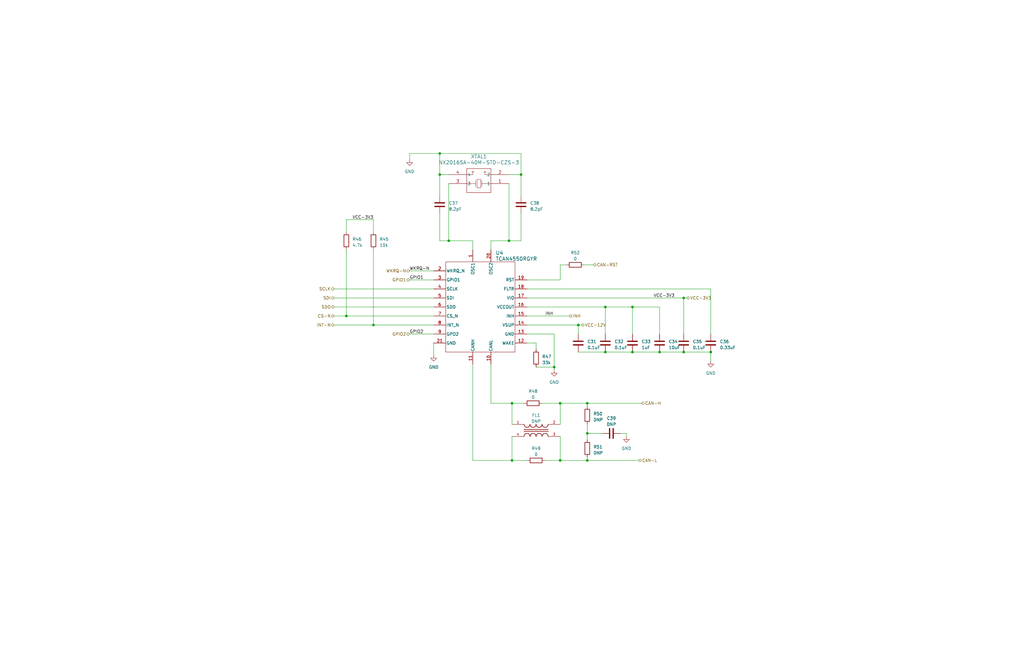
<source format=kicad_sch>
(kicad_sch (version 20231120) (generator "eeschema") (generator_version "8.0")
  (paper "B")
  (title_block (title "RP-PSC-FIXTURE") (date "2024-05-28") (rev "0") (company "TB4L") (comment 1 "hoangp@") (comment 2 "Confidential"))
  (lib_symbols
    (symbol "Device:C" (pin_numbers hide) (pin_names (offset 0.254))
      (property "Reference" "C" (at 0.635 2.54 0))
      (property "Value" "C" (at 0.635 -2.54 0))
      (symbol "C_0_1"
        (polyline (pts (xy -2.032 -0.762) (xy 2.032 -0.762)) (stroke (width 0.508)))
        (polyline (pts (xy -2.032 0.762) (xy 2.032 0.762)) (stroke (width 0.508)))
      )
      (symbol "C_1_1"
        (pin passive line (at 0 3.81 270) (length 2.794) (name "~") (number "1"))
        (pin passive line (at 0 -3.81 90) (length 2.794) (name "~") (number "2"))
      )
    )
    (symbol "Device:R" (pin_numbers hide) (pin_names (offset 0))
      (property "Reference" "R" (at 2.032 0 90))
      (property "Value" "R" (at 0 0 90))
      (symbol "R_0_1"
        (rectangle (start -1.016 -2.54) (end 1.016 2.54) (stroke (width 0.254)))
      )
      (symbol "R_1_1"
        (pin passive line (at 0 3.81 270) (length 1.27) (name "~") (number "1"))
        (pin passive line (at 0 -3.81 90) (length 1.27) (name "~") (number "2"))
      )
    )
    (symbol "power:GND" (power) (pin_names (offset 0))
      (property "Value" "GND" (at 0 -3.81 0))
      (symbol "GND_0_1"
        (polyline (pts (xy 0 0) (xy 0 -1.27) (xy 1.27 -1.27) (xy 0 -2.54) (xy -1.27 -1.27) (xy 0 -1.27)))
      )
      (symbol "GND_1_1"
        (pin power_in line (at 0 0 270) (length 0) hide (name "GND") (number "1"))
      )
    )
    (symbol "rp:B82789C0113N002" (pin_names (offset 1.016))
      (property "Reference" "FL" (at -5.08 5.08 0))
      (property "Value" "B82789C0113N002" (at -5.08 -5.08 0))
      (symbol "B82789C0113N002_0_0"
        (arc (start -5.08 2.54) (mid -3.81 1.2755) (end -2.54 2.54) (stroke (width 0.254)))
        (arc (start -2.54 -2.54) (mid -3.81 -1.2755) (end -5.08 -2.54) (stroke (width 0.254)))
        (arc (start -2.54 2.54) (mid -1.27 1.2755) (end 0 2.54) (stroke (width 0.254)))
        (arc (start 0 -2.54) (mid -1.27 -1.2755) (end -2.54 -2.54) (stroke (width 0.254)))
        (polyline (pts (xy -5.08 -0.381) (xy 5.08 -0.381)) (stroke (width 0.254)))
        (polyline (pts (xy -5.08 0.381) (xy 5.08 0.381)) (stroke (width 0.254)))
        (arc (start 0 2.54) (mid 1.27 1.2755) (end 2.54 2.54) (stroke (width 0.254)))
        (arc (start 2.54 -2.54) (mid 1.27 -1.2755) (end 0 -2.54) (stroke (width 0.254)))
        (arc (start 2.54 2.54) (mid 3.81 1.2755) (end 5.08 2.54) (stroke (width 0.254)))
        (arc (start 5.08 -2.54) (mid 3.81 -1.2755) (end 2.54 -2.54) (stroke (width 0.254)))
        (pin passive line (at -10.16 2.54 0) (length 5.08) (name "~") (number "1"))
        (pin passive line (at 10.16 2.54 180) (length 5.08) (name "~") (number "2"))
        (pin passive line (at 10.16 -2.54 180) (length 5.08) (name "~") (number "3"))
        (pin passive line (at -10.16 -2.54 0) (length 5.08) (name "~") (number "4"))
      )
    )
    (symbol "rp:NX2016SA-40M-STD-CZS-3" (pin_names (offset 0.254))
      (property "Reference" "XTAL" (at 20.32 10.16 0))
      (property "Value" "NX2016SA-40M-STD-CZS-3" (at 20.32 7.62 0))
      (symbol "NX2016SA-40M-STD-CZS-3_0_1"
        (polyline (pts (xy 12.7 -3.81) (xy 15.24 -3.81)) (stroke (width 0.127)))
        (polyline (pts (xy 12.7 0) (xy 16.51 0)) (stroke (width 0.127)))
        (polyline (pts (xy 15.24 -3.81) (xy 15.24 -4.572)) (stroke (width 0.127)))
        (polyline (pts (xy 15.494 -5.08) (xy 14.986 -5.08)) (stroke (width 0.127)))
        (polyline (pts (xy 15.748 -4.826) (xy 14.732 -4.826)) (stroke (width 0.127)))
        (polyline (pts (xy 16.51 1.27) (xy 16.51 -1.27)) (stroke (width 0.127)))
        (polyline (pts (xy 17.018 -1.778) (xy 18.542 -1.778)) (stroke (width 0.127)))
        (polyline (pts (xy 17.018 1.778) (xy 17.018 -1.778)) (stroke (width 0.127)))
        (polyline (pts (xy 18.542 1.778) (xy 17.018 1.778)) (stroke (width 0.127)))
        (polyline (pts (xy 18.542 1.778) (xy 18.542 -1.778)) (stroke (width 0.127)))
        (polyline (pts (xy 19.05 0) (xy 22.86 0)) (stroke (width 0.127)))
        (polyline (pts (xy 19.05 1.27) (xy 19.05 -1.27)) (stroke (width 0.127)))
        (polyline (pts (xy 19.812 -4.826) (xy 20.828 -4.826)) (stroke (width 0.127)))
        (polyline (pts (xy 20.066 -5.08) (xy 20.574 -5.08)) (stroke (width 0.127)))
        (polyline (pts (xy 20.32 -3.81) (xy 20.32 -4.572)) (stroke (width 0.127)))
        (polyline (pts (xy 22.86 -3.81) (xy 20.32 -3.81)) (stroke (width 0.127)))
        (rectangle (start 12.7 3.81) (end 22.86 -6.35))
        (pin unspecified line (at 5.08 0 0) (length 7.62) (name "1") (number "1"))
        (pin unspecified line (at 5.08 -3.81 0) (length 7.62) (name "2") (number "2"))
        (pin unspecified line (at 30.48 0 180) (length 7.62) (name "3") (number "3"))
        (pin unspecified line (at 30.48 -3.81 180) (length 7.62) (name "4") (number "4"))
      )
    )
    (symbol "rp:TCAN4550RGYR" (pin_names (offset 0.254))
      (property "Reference" "U" (at 0 2.54 0))
      (property "Value" "TCAN4550RGYR" (at 0 0 0))
      (symbol "TCAN4550RGYR_0_1"
        (rectangle (start -15.24 17.78) (end 13.97 -20.32))
        (pin input line (at -3.81 22.86 270) (length 5.08) (name "OSC1") (number "1"))
        (pin bidirectional line (at 3.81 -25.4 90) (length 5.08) (name "CANL") (number "10"))
        (pin bidirectional line (at -3.81 -25.4 90) (length 5.08) (name "CANH") (number "11"))
        (pin input line (at 19.05 -16.51 180) (length 5.08) (name "WAKE") (number "12"))
        (pin power_in line (at 19.05 -12.7 180) (length 5.08) (name "GND") (number "13"))
        (pin power_in line (at 19.05 -8.89 180) (length 5.08) (name "VSUP") (number "14"))
        (pin open_collector line (at 19.05 -5.08 180) (length 5.08) (name "INH") (number "15"))
        (pin power_in line (at 19.05 -1.27 180) (length 5.08) (name "VCCOUT") (number "16"))
        (pin power_in line (at 19.05 2.54 180) (length 5.08) (name "VIO") (number "17"))
        (pin unspecified line (at 19.05 6.35 180) (length 5.08) (name "FLTR") (number "18"))
        (pin input line (at 19.05 10.16 180) (length 5.08) (name "RST") (number "19"))
        (pin open_collector line (at -20.32 13.97 0) (length 5.08) (name "WKRQ_N") (number "2"))
        (pin output line (at 3.81 22.86 270) (length 5.08) (name "OSC2") (number "20"))
        (pin power_in line (at -20.32 -16.51 0) (length 5.08) (name "GND") (number "21"))
        (pin bidirectional line (at -20.32 10.16 0) (length 5.08) (name "GPIO1") (number "3"))
        (pin input line (at -20.32 6.35 0) (length 5.08) (name "SCLK") (number "4"))
        (pin input line (at -20.32 2.54 0) (length 5.08) (name "SDI") (number "5"))
        (pin tri_state line (at -20.32 -1.27 0) (length 5.08) (name "SDO") (number "6"))
        (pin input line (at -20.32 -5.08 0) (length 5.08) (name "CS_N") (number "7"))
        (pin open_collector line (at -20.32 -8.89 0) (length 5.08) (name "INT_N") (number "8"))
        (pin open_collector line (at -20.32 -12.7 0) (length 5.08) (name "GPO2") (number "9"))
      )
    )
  )
  (junction (at 247.65 182.88))
  (junction (at 266.7 148.59))
  (junction (at 247.65 194.31))
  (junction (at 215.9 194.31))
  (junction (at 255.27 129.54))
  (junction (at 146.05 133.35))
  (junction (at 185.42 64.77))
  (junction (at 215.9 170.18))
  (junction (at 236.22 194.31))
  (junction (at 288.29 125.73))
  (junction (at 247.65 170.18))
  (junction (at 288.29 148.59))
  (junction (at 255.27 148.59))
  (junction (at 299.72 148.59))
  (junction (at 278.13 148.59))
  (junction (at 236.22 170.18))
  (junction (at 214.63 101.6))
  (junction (at 185.42 73.66))
  (junction (at 189.23 101.6))
  (junction (at 219.71 73.66))
  (junction (at 157.48 137.16))
  (junction (at 243.84 137.16))
  (junction (at 266.7 129.54))
  (junction (at 233.68 154.94))
  (wire (pts (xy 222.25 121.92) (xy 299.72 121.92)))
  (wire (pts (xy 182.88 121.92) (xy 140.97 121.92)))
  (wire (pts (xy 219.71 64.77) (xy 219.71 73.66)))
  (wire (pts (xy 215.9 184.15) (xy 215.9 194.31)))
  (wire (pts (xy 269.24 194.31) (xy 247.65 194.31)))
  (wire (pts (xy 233.68 154.94) (xy 233.68 156.21)))
  (wire (pts (xy 172.72 64.77) (xy 185.42 64.77)))
  (wire (pts (xy 172.72 118.11) (xy 182.88 118.11)))
  (wire (pts (xy 238.76 111.76) (xy 236.22 111.76)))
  (wire (pts (xy 261.62 182.88) (xy 264.16 182.88)))
  (wire (pts (xy 189.23 101.6) (xy 185.42 101.6)))
  (wire (pts (xy 247.65 194.31) (xy 236.22 194.31)))
  (wire (pts (xy 255.27 148.59) (xy 266.7 148.59)))
  (wire (pts (xy 247.65 193.04) (xy 247.65 194.31)))
  (wire (pts (xy 233.68 140.97) (xy 233.68 154.94)))
  (wire (pts (xy 146.05 133.35) (xy 182.88 133.35)))
  (wire (pts (xy 266.7 148.59) (xy 278.13 148.59)))
  (wire (pts (xy 266.7 140.97) (xy 266.7 129.54)))
  (wire (pts (xy 278.13 148.59) (xy 288.29 148.59)))
  (wire (pts (xy 246.38 111.76) (xy 250.19 111.76)))
  (wire (pts (xy 236.22 179.07) (xy 236.22 170.18)))
  (wire (pts (xy 247.65 170.18) (xy 270.51 170.18)))
  (wire (pts (xy 157.48 97.79) (xy 157.48 92.71)))
  (wire (pts (xy 264.16 182.88) (xy 264.16 184.15)))
  (wire (pts (xy 236.22 194.31) (xy 229.87 194.31)))
  (wire (pts (xy 185.42 64.77) (xy 219.71 64.77)))
  (wire (pts (xy 146.05 133.35) (xy 146.05 105.41)))
  (wire (pts (xy 278.13 129.54) (xy 278.13 140.97)))
  (wire (pts (xy 140.97 133.35) (xy 146.05 133.35)))
  (wire (pts (xy 157.48 105.41) (xy 157.48 137.16)))
  (wire (pts (xy 247.65 179.07) (xy 247.65 182.88)))
  (wire (pts (xy 207.01 170.18) (xy 207.01 153.67)))
  (wire (pts (xy 236.22 184.15) (xy 236.22 194.31)))
  (wire (pts (xy 222.25 137.16) (xy 243.84 137.16)))
  (wire (pts (xy 172.72 140.97) (xy 182.88 140.97)))
  (wire (pts (xy 199.39 105.41) (xy 199.39 101.6)))
  (wire (pts (xy 185.42 101.6) (xy 185.42 90.17)))
  (wire (pts (xy 222.25 118.11) (xy 236.22 118.11)))
  (wire (pts (xy 236.22 170.18) (xy 247.65 170.18)))
  (wire (pts (xy 146.05 92.71) (xy 157.48 92.71)))
  (wire (pts (xy 172.72 67.31) (xy 172.72 64.77)))
  (wire (pts (xy 247.65 182.88) (xy 247.65 185.42)))
  (wire (pts (xy 289.56 125.73) (xy 288.29 125.73)))
  (wire (pts (xy 266.7 129.54) (xy 278.13 129.54)))
  (wire (pts (xy 226.06 154.94) (xy 233.68 154.94)))
  (wire (pts (xy 157.48 137.16) (xy 182.88 137.16)))
  (wire (pts (xy 182.88 125.73) (xy 140.97 125.73)))
  (wire (pts (xy 222.25 129.54) (xy 255.27 129.54)))
  (wire (pts (xy 243.84 137.16) (xy 243.84 140.97)))
  (wire (pts (xy 140.97 137.16) (xy 157.48 137.16)))
  (wire (pts (xy 189.23 77.47) (xy 189.23 101.6)))
  (wire (pts (xy 207.01 170.18) (xy 215.9 170.18)))
  (wire (pts (xy 199.39 194.31) (xy 199.39 153.67)))
  (wire (pts (xy 222.25 133.35) (xy 240.03 133.35)))
  (wire (pts (xy 189.23 73.66) (xy 185.42 73.66)))
  (wire (pts (xy 222.25 140.97) (xy 233.68 140.97)))
  (wire (pts (xy 299.72 121.92) (xy 299.72 140.97)))
  (wire (pts (xy 222.25 125.73) (xy 288.29 125.73)))
  (wire (pts (xy 255.27 140.97) (xy 255.27 129.54)))
  (wire (pts (xy 214.63 73.66) (xy 219.71 73.66)))
  (wire (pts (xy 219.71 73.66) (xy 219.71 82.55)))
  (wire (pts (xy 207.01 101.6) (xy 214.63 101.6)))
  (wire (pts (xy 222.25 194.31) (xy 215.9 194.31)))
  (wire (pts (xy 288.29 148.59) (xy 299.72 148.59)))
  (wire (pts (xy 254 182.88) (xy 247.65 182.88)))
  (wire (pts (xy 219.71 101.6) (xy 219.71 90.17)))
  (wire (pts (xy 182.88 149.86) (xy 182.88 144.78)))
  (wire (pts (xy 172.72 114.3) (xy 182.88 114.3)))
  (wire (pts (xy 207.01 105.41) (xy 207.01 101.6)))
  (wire (pts (xy 236.22 118.11) (xy 236.22 111.76)))
  (wire (pts (xy 199.39 101.6) (xy 189.23 101.6)))
  (wire (pts (xy 214.63 77.47) (xy 214.63 101.6)))
  (wire (pts (xy 185.42 73.66) (xy 185.42 64.77)))
  (wire (pts (xy 185.42 82.55) (xy 185.42 73.66)))
  (wire (pts (xy 215.9 170.18) (xy 220.98 170.18)))
  (wire (pts (xy 222.25 144.78) (xy 226.06 144.78)))
  (wire (pts (xy 146.05 92.71) (xy 146.05 97.79)))
  (wire (pts (xy 247.65 171.45) (xy 247.65 170.18)))
  (wire (pts (xy 245.11 137.16) (xy 243.84 137.16)))
  (wire (pts (xy 228.6 170.18) (xy 236.22 170.18)))
  (wire (pts (xy 255.27 129.54) (xy 266.7 129.54)))
  (wire (pts (xy 299.72 152.4) (xy 299.72 148.59)))
  (wire (pts (xy 214.63 101.6) (xy 219.71 101.6)))
  (wire (pts (xy 215.9 194.31) (xy 199.39 194.31)))
  (wire (pts (xy 288.29 125.73) (xy 288.29 140.97)))
  (wire (pts (xy 243.84 148.59) (xy 255.27 148.59)))
  (wire (pts (xy 182.88 129.54) (xy 140.97 129.54)))
  (wire (pts (xy 215.9 179.07) (xy 215.9 170.18)))
  (wire (pts (xy 226.06 144.78) (xy 226.06 147.32)))
  (label "VCC-3V3" (at 148.59 92.71 0))
  (label "GPIO1" (at 172.72 118.11 0))
  (label "WKRQ-N" (at 172.72 114.3 0))
  (label "INH" (at 229.87 133.35 0))
  (label "GPIO2" (at 172.72 140.97 0))
  (label "VCC-3V3" (at 275.59 125.73 0))
  (hierarchical_label "GPIO2" (shape bidirectional) (at 172.72 140.97 180))
  (hierarchical_label "CS-N" (shape bidirectional) (at 140.97 133.35 180))
  (hierarchical_label "CAN-L" (shape bidirectional) (at 269.24 194.31 0))
  (hierarchical_label "SDO" (shape bidirectional) (at 140.97 129.54 180))
  (hierarchical_label "VCC-3V3" (shape bidirectional) (at 289.56 125.73 0))
  (hierarchical_label "CAN-H" (shape bidirectional) (at 270.51 170.18 0))
  (hierarchical_label "SDI" (shape bidirectional) (at 140.97 125.73 180))
  (hierarchical_label "GPIO1" (shape bidirectional) (at 172.72 118.11 180))
  (hierarchical_label "WKRQ-N" (shape bidirectional) (at 172.72 114.3 180))
  (hierarchical_label "SCLK" (shape bidirectional) (at 140.97 121.92 180))
  (hierarchical_label "INT-N" (shape bidirectional) (at 140.97 137.16 180))
  (hierarchical_label "CAN-RST" (shape bidirectional) (at 250.19 111.76 0))
  (hierarchical_label "INH" (shape bidirectional) (at 240.03 133.35 0))
  (hierarchical_label "VCC-12V" (shape bidirectional) (at 245.11 137.16 0))
  (symbol (lib_id "power:GND") (at 299.72 152.4 0) (unit 1)
    (property "Reference" "#PWR037" (effects (hide yes)))
    (property "Value" "GND" (at 299.72 157.48 0))
  )
  (symbol (lib_id "Device:R") (at 242.57 111.76 90) (unit 1)
    (property "Reference" "R52" (at 242.57 106.68 90))
    (property "Value" "0" (at 242.57 109.22 90))
    (property "Footprint" "Resistor_SMD:R_0603_1608Metric_Pad0.98x0.95mm_HandSolder" (effects (hide yes)))
  )
  (symbol (lib_id "rp:NX2016SA-40M-STD-CZS-3") (at 219.71 77.47 180) (unit 1)
    (property "Reference" "XTAL1" (at 201.93 66.04 0) (effects (font (size 1.524 1.524))))
    (property "Value" "NX2016SA-40M-STD-CZS-3" (at 201.93 68.58 0) (effects (font (size 1.524 1.524))))
    (property "Footprint" "Oscillator:NX2016SA-40M-STD-CZS-3_NDK" (effects (hide yes)))
    (property "Datasheet" "NX2016SA-40M-STD-CZS-3" (effects (hide yes)))
  )
  (symbol (lib_id "Device:R") (at 247.65 175.26 180) (unit 1)
    (property "Reference" "R50" (at 250.19 174.625 0) (effects (justify right)))
    (property "Value" "DNP" (at 250.19 177.165 0) (effects (justify right)))
    (property "Footprint" "Resistor_SMD:R_1206_3216Metric_Pad1.30x1.75mm_HandSolder" (effects (hide yes)))
  )
  (symbol (lib_id "Device:C") (at 255.27 144.78 0) (unit 1)
    (property "Reference" "C32" (at 259.08 144.145 0) (effects (justify left)))
    (property "Value" "0.1uF" (at 259.08 146.685 0) (effects (justify left)))
    (property "Footprint" "Capacitor_SMD:C_0603_1608Metric_Pad1.08x0.95mm_HandSolder" (effects (hide yes)))
    (property "Voltage" "25V" (effects (hide yes)))
  )
  (symbol (lib_id "Device:C") (at 278.13 144.78 0) (unit 1)
    (property "Reference" "C34" (at 281.94 144.145 0) (effects (justify left)))
    (property "Value" "10uF" (at 281.94 146.685 0) (effects (justify left)))
    (property "Footprint" "Capacitor_SMD:C_0603_1608Metric_Pad1.08x0.95mm_HandSolder" (effects (hide yes)))
    (property "Voltage" "25V" (effects (hide yes)))
  )
  (symbol (lib_id "Device:C") (at 288.29 144.78 0) (unit 1)
    (property "Reference" "C35" (at 292.1 144.145 0) (effects (justify left)))
    (property "Value" "0.1uF" (at 292.1 146.685 0) (effects (justify left)))
    (property "Footprint" "Capacitor_SMD:C_0603_1608Metric_Pad1.08x0.95mm_HandSolder" (effects (hide yes)))
    (property "Voltage" "25V" (effects (hide yes)))
  )
  (symbol (lib_id "rp:TCAN4550RGYR") (at 203.2 128.27 0) (unit 1)
    (property "Reference" "U4" (at 208.9659 106.68 0) (effects (font (size 1.524 1.524)) (justify left)))
    (property "Value" "TCAN4550RGYR" (at 208.9659 109.22 0) (effects (font (size 1.524 1.524)) (justify left)))
    (property "Footprint" "Package_DFN_QFN:RGY0020C" (effects (hide yes)))
    (property "Datasheet" "TCAN4550RGYR" (effects (hide yes)))
  )
  (symbol (lib_id "Device:C") (at 243.84 144.78 0) (unit 1)
    (property "Reference" "C31" (at 247.65 144.145 0) (effects (justify left)))
    (property "Value" "0.1uF" (at 247.65 146.685 0) (effects (justify left)))
    (property "Footprint" "Capacitor_SMD:C_0603_1608Metric_Pad1.08x0.95mm_HandSolder" (effects (hide yes)))
    (property "Voltage" "25V" (effects (hide yes)))
  )
  (symbol (lib_id "Device:R") (at 157.48 101.6 0) (unit 1)
    (property "Reference" "R45" (at 160.02 100.965 0) (effects (justify left)))
    (property "Value" "10k" (at 160.02 103.505 0) (effects (justify left)))
    (property "Footprint" "Resistor_SMD:R_0603_1608Metric_Pad0.98x0.95mm_HandSolder" (effects (hide yes)))
  )
  (symbol (lib_id "Device:R") (at 226.06 151.13 0) (unit 1)
    (property "Reference" "R47" (at 228.6 150.495 0) (effects (justify left)))
    (property "Value" "33k" (at 228.6 153.035 0) (effects (justify left)))
    (property "Footprint" "Resistor_SMD:R_0603_1608Metric_Pad0.98x0.95mm_HandSolder" (effects (hide yes)))
  )
  (symbol (lib_id "Device:C") (at 219.71 86.36 0) (unit 1)
    (property "Reference" "C38" (at 223.52 85.725 0) (effects (justify left)))
    (property "Value" "8.2pF" (at 223.52 88.265 0) (effects (justify left)))
    (property "Footprint" "Resistor_SMD:R_0402_1005Metric_Pad0.72x0.64mm_HandSolder" (effects (hide yes)))
    (property "Voltage" "10V" (effects (hide yes)))
  )
  (symbol (lib_id "rp:B82789C0113N002") (at 226.06 181.61 0) (unit 1)
    (property "Reference" "FL1" (at 226.06 175.26 0))
    (property "Value" "DNP" (at 226.06 177.8 0))
    (property "Footprint" "Transformer_SMD:FL_B82789C0113N002" (effects (hide yes)))
    (property "PARTREV" "08/2019" (effects (hide yes)))
    (property "MANUFACTURER" "EPCOS" (effects (hide yes)))
    (property "SNAPEDA_PN" "B82789C0104H001" (effects (hide yes)))
    (property "MAXIMUM_PACKAGE_HEIGHT" "3 mm" (effects (hide yes)))
    (property "STANDARD" "Manufacturer Recommendations" (effects (hide yes)))
  )
  (symbol (lib_id "power:GND") (at 233.68 156.21 0) (unit 1)
    (property "Reference" "#PWR036" (effects (hide yes)))
    (property "Value" "GND" (at 233.68 161.29 0))
  )
  (symbol (lib_id "Device:R") (at 247.65 189.23 180) (unit 1)
    (property "Reference" "R51" (at 250.19 188.595 0) (effects (justify right)))
    (property "Value" "DNP" (at 250.19 191.135 0) (effects (justify right)))
    (property "Footprint" "Resistor_SMD:R_1206_3216Metric_Pad1.30x1.75mm_HandSolder" (effects (hide yes)))
  )
  (symbol (lib_id "Device:C") (at 257.81 182.88 90) (unit 1)
    (property "Reference" "C39" (at 257.81 176.53 90))
    (property "Value" "DNP" (at 257.81 179.07 90))
    (property "Footprint" "Capacitor_SMD:C_0603_1608Metric_Pad1.08x0.95mm_HandSolder" (effects (hide yes)))
  )
  (symbol (lib_id "Device:C") (at 299.72 144.78 0) (unit 1)
    (property "Reference" "C36" (at 303.53 144.145 0) (effects (justify left)))
    (property "Value" "0.33uF" (at 303.53 146.685 0) (effects (justify left)))
    (property "Footprint" "Capacitor_SMD:C_0603_1608Metric_Pad1.08x0.95mm_HandSolder" (effects (hide yes)))
    (property "Voltage" "25V" (effects (hide yes)))
  )
  (symbol (lib_id "Device:R") (at 224.79 170.18 90) (unit 1)
    (property "Reference" "R48" (at 224.79 165.1 90))
    (property "Value" "0" (at 224.79 167.64 90))
    (property "Footprint" "Resistor_SMD:R_0603_1608Metric_Pad0.98x0.95mm_HandSolder" (effects (hide yes)))
  )
  (symbol (lib_id "Device:R") (at 226.06 194.31 90) (unit 1)
    (property "Reference" "R49" (at 226.06 189.23 90))
    (property "Value" "0" (at 226.06 191.77 90))
    (property "Footprint" "Resistor_SMD:R_0603_1608Metric_Pad0.98x0.95mm_HandSolder" (effects (hide yes)))
  )
  (symbol (lib_id "Device:C") (at 185.42 86.36 0) (unit 1)
    (property "Reference" "C37" (at 189.23 85.725 0) (effects (justify left)))
    (property "Value" "8.2pF" (at 189.23 88.265 0) (effects (justify left)))
    (property "Footprint" "Resistor_SMD:R_0402_1005Metric_Pad0.72x0.64mm_HandSolder" (effects (hide yes)))
    (property "Voltage" "10V" (effects (hide yes)))
  )
  (symbol (lib_id "power:GND") (at 172.72 67.31 0) (unit 1)
    (property "Reference" "#PWR039" (effects (hide yes)))
    (property "Value" "GND" (at 172.72 72.39 0))
  )
  (symbol (lib_id "Device:R") (at 146.05 101.6 0) (unit 1)
    (property "Reference" "R46" (at 148.59 100.965 0) (effects (justify left)))
    (property "Value" "4.7k" (at 148.59 103.505 0) (effects (justify left)))
    (property "Footprint" "Resistor_SMD:R_0603_1608Metric_Pad0.98x0.95mm_HandSolder" (effects (hide yes)))
  )
  (symbol (lib_id "power:GND") (at 264.16 184.15 0) (unit 1)
    (property "Reference" "#PWR040" (effects (hide yes)))
    (property "Value" "GND" (at 264.16 189.23 0))
  )
  (symbol (lib_id "Device:C") (at 266.7 144.78 0) (unit 1)
    (property "Reference" "C33" (at 270.51 144.145 0) (effects (justify left)))
    (property "Value" "1uF" (at 270.51 146.685 0) (effects (justify left)))
    (property "Footprint" "Capacitor_SMD:C_0603_1608Metric_Pad1.08x0.95mm_HandSolder" (effects (hide yes)))
    (property "Voltage" "25V" (effects (hide yes)))
  )
  (symbol (lib_id "power:GND") (at 182.88 149.86 0) (unit 1)
    (property "Reference" "#PWR038" (effects (hide yes)))
    (property "Value" "GND" (at 182.88 154.94 0))
  )
)
</source>
